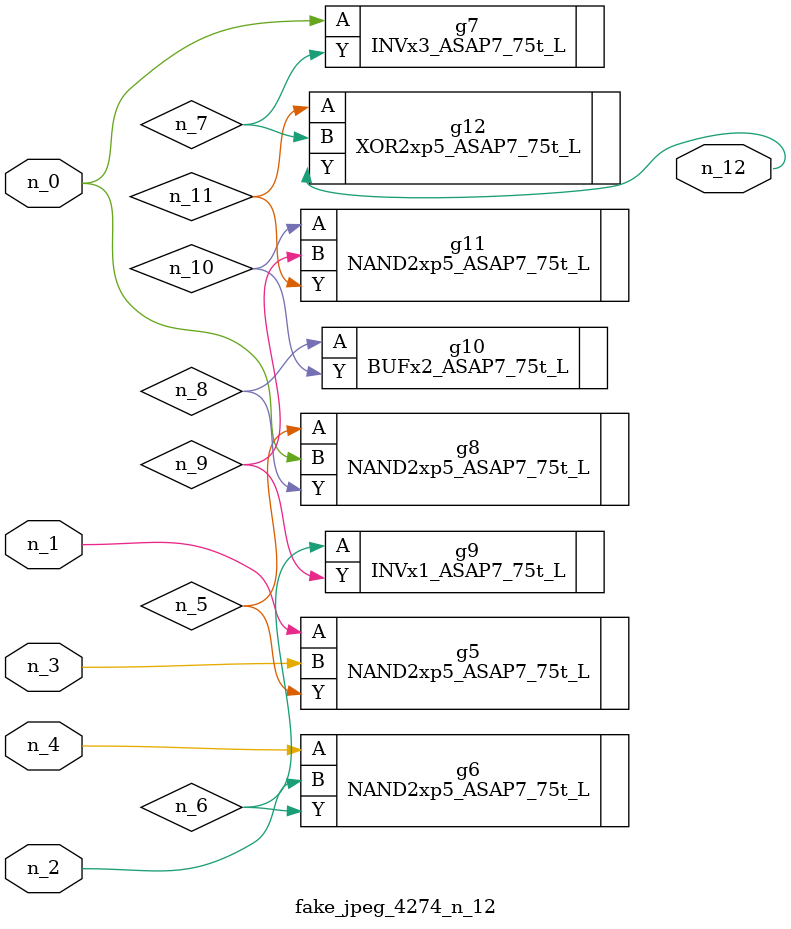
<source format=v>
module fake_jpeg_4274_n_12 (n_3, n_2, n_1, n_0, n_4, n_12);

input n_3;
input n_2;
input n_1;
input n_0;
input n_4;

output n_12;

wire n_11;
wire n_10;
wire n_8;
wire n_9;
wire n_6;
wire n_5;
wire n_7;

NAND2xp5_ASAP7_75t_L g5 ( 
.A(n_1),
.B(n_3),
.Y(n_5)
);

NAND2xp5_ASAP7_75t_L g6 ( 
.A(n_4),
.B(n_2),
.Y(n_6)
);

INVx3_ASAP7_75t_L g7 ( 
.A(n_0),
.Y(n_7)
);

NAND2xp5_ASAP7_75t_L g8 ( 
.A(n_5),
.B(n_0),
.Y(n_8)
);

BUFx2_ASAP7_75t_L g10 ( 
.A(n_8),
.Y(n_10)
);

INVx1_ASAP7_75t_L g9 ( 
.A(n_6),
.Y(n_9)
);

NAND2xp5_ASAP7_75t_L g11 ( 
.A(n_10),
.B(n_9),
.Y(n_11)
);

XOR2xp5_ASAP7_75t_L g12 ( 
.A(n_11),
.B(n_7),
.Y(n_12)
);


endmodule
</source>
